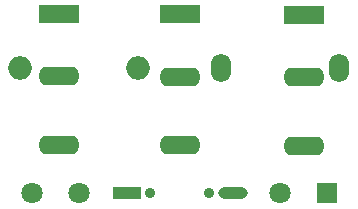
<source format=gbr>
%TF.GenerationSoftware,KiCad,Pcbnew,(6.0.2-0)*%
%TF.CreationDate,2022-07-29T18:45:40+02:00*%
%TF.ProjectId,2xMixer,32784d69-7865-4722-9e6b-696361645f70,rev?*%
%TF.SameCoordinates,Original*%
%TF.FileFunction,Soldermask,Bot*%
%TF.FilePolarity,Negative*%
%FSLAX46Y46*%
G04 Gerber Fmt 4.6, Leading zero omitted, Abs format (unit mm)*
G04 Created by KiCad (PCBNEW (6.0.2-0)) date 2022-07-29 18:45:40*
%MOMM*%
%LPD*%
G01*
G04 APERTURE LIST*
%ADD10R,3.500000X1.600000*%
%ADD11O,3.500000X1.600000*%
%ADD12C,0.900000*%
%ADD13O,2.000000X2.000000*%
%ADD14R,2.400000X1.000000*%
%ADD15C,1.800000*%
%ADD16O,1.700000X2.400000*%
%ADD17R,1.800000X1.800000*%
%ADD18O,2.500000X1.000000*%
G04 APERTURE END LIST*
D10*
%TO.C,J1*%
X133200000Y-66212500D03*
D11*
X133200000Y-71512500D03*
X133200000Y-77312500D03*
%TD*%
D12*
%TO.C,SW1*%
X125225000Y-81355000D03*
X120225000Y-81355000D03*
%TD*%
D10*
%TO.C,J2*%
X112500000Y-66150000D03*
D11*
X112500000Y-71450000D03*
X112500000Y-77250000D03*
%TD*%
D10*
%TO.C,J3*%
X122750000Y-66190000D03*
D11*
X122750000Y-71490000D03*
X122750000Y-77290000D03*
%TD*%
D13*
%TO.C,RV2*%
X109225000Y-70750000D03*
X119225000Y-70750000D03*
D14*
X118225000Y-81350000D03*
D15*
X114213000Y-81350000D03*
X110225000Y-81350000D03*
%TD*%
D16*
%TO.C,RV1*%
X136225000Y-70750000D03*
X126225000Y-70750000D03*
D17*
X135225000Y-81350000D03*
D15*
X131213000Y-81350000D03*
D18*
X127225000Y-81350000D03*
%TD*%
M02*

</source>
